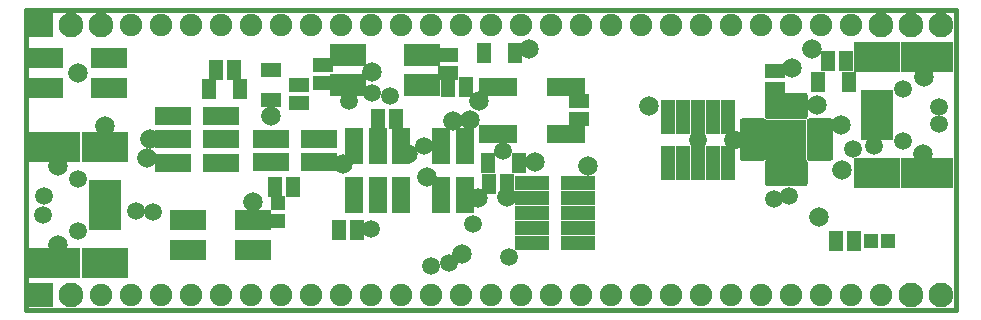
<source format=gts>
G04 (created by PCBNEW-RS274X (2010-03-14)-final) date Tue 05 Apr 2011 06:41:08 PM CEST*
G01*
G70*
G90*
%MOIN*%
G04 Gerber Fmt 3.4, Leading zero omitted, Abs format*
%FSLAX34Y34*%
G04 APERTURE LIST*
%ADD10C,0.006000*%
%ADD11C,0.015000*%
%ADD12R,0.067200X0.051500*%
%ADD13R,0.051500X0.067200*%
%ADD14R,0.120000X0.070000*%
%ADD15R,0.059400X0.122400*%
%ADD16R,0.122400X0.059400*%
%ADD17R,0.114500X0.049900*%
%ADD18R,0.049900X0.114500*%
%ADD19R,0.051400X0.051400*%
%ADD20R,0.157800X0.100700*%
%ADD21R,0.177500X0.100700*%
%ADD22R,0.108600X0.039700*%
%ADD23C,0.059400*%
%ADD24R,0.128300X0.059400*%
%ADD25R,0.065000X0.045000*%
%ADD26R,0.045000X0.065000*%
%ADD27C,0.082600*%
%ADD28C,0.075100*%
%ADD29R,0.083000X0.083000*%
%ADD30O,0.090900X0.029800*%
%ADD31O,0.029800X0.090900*%
%ADD32R,0.138100X0.138100*%
%ADD33C,0.063300*%
%ADD34R,0.118400X0.075100*%
%ADD35C,0.065300*%
G04 APERTURE END LIST*
G54D10*
G54D11*
X36500Y-28000D02*
X36500Y-18000D01*
X67500Y-28000D02*
X36500Y-28000D01*
X67500Y-18000D02*
X67500Y-28000D01*
X36500Y-18000D02*
X67500Y-18000D01*
G54D12*
X44680Y-21012D03*
X44680Y-19988D03*
G54D13*
X62908Y-20400D03*
X63932Y-20400D03*
X52812Y-19440D03*
X51788Y-19440D03*
X51908Y-23080D03*
X52932Y-23080D03*
X43652Y-20640D03*
X42628Y-20640D03*
G54D14*
X41925Y-25000D03*
X44075Y-25000D03*
X41925Y-26000D03*
X44075Y-26000D03*
X39295Y-20600D03*
X37145Y-20600D03*
X39295Y-19600D03*
X37145Y-19600D03*
G54D15*
X50346Y-24147D03*
X50346Y-22533D03*
X51134Y-24147D03*
X51134Y-22533D03*
G54D16*
X44673Y-22286D03*
X46287Y-22286D03*
X44673Y-23074D03*
X46287Y-23074D03*
G54D15*
X49027Y-22533D03*
X49027Y-24147D03*
X47453Y-24147D03*
X47453Y-22533D03*
X48240Y-24147D03*
X48240Y-22533D03*
G54D16*
X41413Y-21513D03*
X43027Y-21513D03*
X43027Y-23087D03*
X41413Y-23087D03*
X43027Y-22300D03*
X41413Y-22300D03*
G54D17*
X54928Y-24760D03*
X54928Y-25260D03*
X53392Y-24760D03*
X53392Y-25260D03*
X53392Y-25760D03*
X54928Y-25760D03*
X53392Y-24260D03*
X54928Y-24260D03*
X53392Y-23760D03*
X54928Y-23760D03*
G54D18*
X58900Y-21552D03*
X59400Y-21552D03*
X58900Y-23088D03*
X59400Y-23088D03*
X59900Y-23088D03*
X59900Y-21552D03*
X58400Y-23088D03*
X58400Y-21552D03*
X57900Y-23088D03*
X57900Y-21552D03*
G54D19*
X64665Y-25680D03*
X65255Y-25680D03*
X44900Y-24425D03*
X44900Y-25015D03*
G54D20*
X64870Y-23439D03*
G54D21*
X66543Y-23439D03*
X66543Y-19561D03*
G54D20*
X64870Y-19561D03*
G54D22*
X64870Y-22130D03*
X64870Y-21815D03*
X64870Y-21500D03*
X64870Y-21185D03*
X64870Y-20870D03*
G54D23*
X65756Y-20634D03*
X65756Y-22366D03*
G54D20*
X39130Y-22561D03*
G54D21*
X37457Y-22561D03*
X37457Y-26439D03*
G54D20*
X39130Y-26439D03*
G54D22*
X39130Y-23870D03*
X39130Y-24185D03*
X39130Y-24500D03*
X39130Y-24815D03*
X39130Y-25130D03*
G54D23*
X38244Y-25366D03*
X38244Y-23634D03*
G54D24*
X52248Y-20553D03*
X54512Y-20553D03*
X52248Y-22127D03*
X54512Y-22127D03*
G54D25*
X50574Y-20102D03*
X50574Y-19502D03*
G54D26*
X63520Y-25680D03*
X64120Y-25680D03*
G54D25*
X61485Y-20040D03*
X61485Y-20640D03*
G54D26*
X48240Y-21640D03*
X48840Y-21640D03*
X46944Y-25342D03*
X47544Y-25342D03*
X44820Y-23880D03*
X45420Y-23880D03*
G54D25*
X46428Y-19822D03*
X46428Y-20422D03*
G54D26*
X50574Y-20568D03*
X51174Y-20568D03*
X63260Y-19700D03*
X63860Y-19700D03*
X51940Y-23780D03*
X52540Y-23780D03*
G54D25*
X54940Y-21640D03*
X54940Y-21040D03*
X45600Y-21080D03*
X45600Y-20480D03*
G54D26*
X43440Y-19980D03*
X42840Y-19980D03*
G54D27*
X67000Y-27500D03*
G54D28*
X58000Y-27500D03*
X63000Y-27500D03*
X59000Y-27500D03*
X60000Y-27500D03*
X61000Y-27500D03*
X62000Y-27500D03*
X64000Y-27500D03*
X65000Y-27500D03*
G54D27*
X66000Y-27500D03*
G54D28*
X51000Y-27500D03*
X50000Y-27500D03*
X49000Y-27500D03*
X48000Y-27500D03*
X52000Y-27500D03*
X57000Y-27500D03*
X53000Y-27500D03*
X54000Y-27500D03*
X55000Y-27500D03*
X56000Y-27500D03*
X46000Y-27500D03*
X45000Y-27500D03*
X44000Y-27500D03*
X43000Y-27500D03*
X47000Y-27500D03*
G54D29*
X37000Y-27500D03*
G54D28*
X42000Y-27500D03*
G54D27*
X38000Y-27500D03*
G54D28*
X39000Y-27500D03*
X40000Y-27500D03*
X41000Y-27500D03*
G54D27*
X67000Y-18500D03*
G54D28*
X58000Y-18500D03*
X63000Y-18500D03*
X59000Y-18500D03*
X60000Y-18500D03*
X61000Y-18500D03*
X62000Y-18500D03*
X64000Y-18500D03*
G54D27*
X65000Y-18500D03*
X66000Y-18500D03*
G54D28*
X51000Y-18500D03*
X50000Y-18500D03*
X49000Y-18500D03*
X48000Y-18500D03*
X52000Y-18500D03*
X57000Y-18500D03*
X53000Y-18500D03*
X54000Y-18500D03*
X55000Y-18500D03*
X56000Y-18500D03*
X46000Y-18500D03*
X45000Y-18500D03*
X44000Y-18500D03*
X43000Y-18500D03*
X47000Y-18500D03*
G54D29*
X37000Y-18500D03*
G54D28*
X42000Y-18500D03*
G54D27*
X38000Y-18500D03*
X39000Y-18500D03*
G54D28*
X40000Y-18500D03*
X41000Y-18500D03*
G54D30*
X62982Y-22911D03*
X62982Y-22714D03*
X62982Y-22517D03*
X62982Y-22320D03*
X62982Y-22123D03*
X62982Y-21926D03*
X62982Y-21729D03*
G54D31*
X62451Y-21198D03*
X62254Y-21198D03*
X62057Y-21198D03*
X61860Y-21198D03*
X61663Y-21198D03*
X61466Y-21198D03*
X61269Y-21198D03*
G54D30*
X60738Y-21729D03*
X60738Y-21926D03*
X60738Y-22123D03*
X60738Y-22320D03*
X60738Y-22517D03*
X60738Y-22714D03*
X60738Y-22911D03*
G54D31*
X61269Y-23442D03*
X61466Y-23442D03*
X61663Y-23442D03*
X61860Y-23442D03*
X62057Y-23442D03*
X62254Y-23442D03*
X62451Y-23442D03*
G54D32*
X61860Y-22320D03*
G54D33*
X61560Y-21972D03*
X61860Y-22320D03*
X62160Y-22677D03*
X62160Y-21972D03*
X61560Y-22677D03*
G54D34*
X47248Y-20482D03*
X47248Y-19498D03*
X49728Y-20482D03*
X49728Y-19498D03*
G54D23*
X48020Y-25300D03*
G54D35*
X62950Y-24910D03*
X53470Y-23075D03*
X55240Y-23200D03*
X52540Y-24220D03*
X57275Y-21205D03*
X48050Y-20050D03*
X49255Y-22805D03*
X51610Y-21040D03*
X40540Y-22940D03*
X62030Y-19945D03*
X39135Y-21860D03*
X38260Y-20100D03*
X49875Y-23555D03*
X62700Y-19280D03*
X66440Y-20220D03*
X66420Y-22780D03*
X37580Y-25815D03*
X37585Y-23200D03*
X44080Y-24380D03*
G54D23*
X48060Y-20768D03*
X47265Y-21035D03*
X48642Y-20862D03*
X52620Y-26220D03*
X50600Y-26440D03*
X50000Y-26540D03*
X49770Y-22520D03*
X51400Y-25120D03*
X52420Y-22690D03*
X61440Y-24290D03*
X64080Y-22640D03*
X64780Y-22520D03*
X40180Y-24700D03*
X40740Y-24720D03*
X61950Y-24200D03*
G54D35*
X40640Y-22300D03*
X51060Y-26120D03*
X51580Y-24260D03*
X47075Y-23130D03*
X53280Y-19300D03*
X51315Y-21675D03*
X44680Y-21520D03*
X63720Y-23340D03*
X63690Y-21830D03*
X60120Y-22322D03*
X62875Y-21150D03*
X50740Y-21685D03*
G54D23*
X58900Y-22320D03*
X37080Y-24820D03*
X37100Y-24180D03*
X66940Y-21240D03*
X66940Y-21780D03*
M02*

</source>
